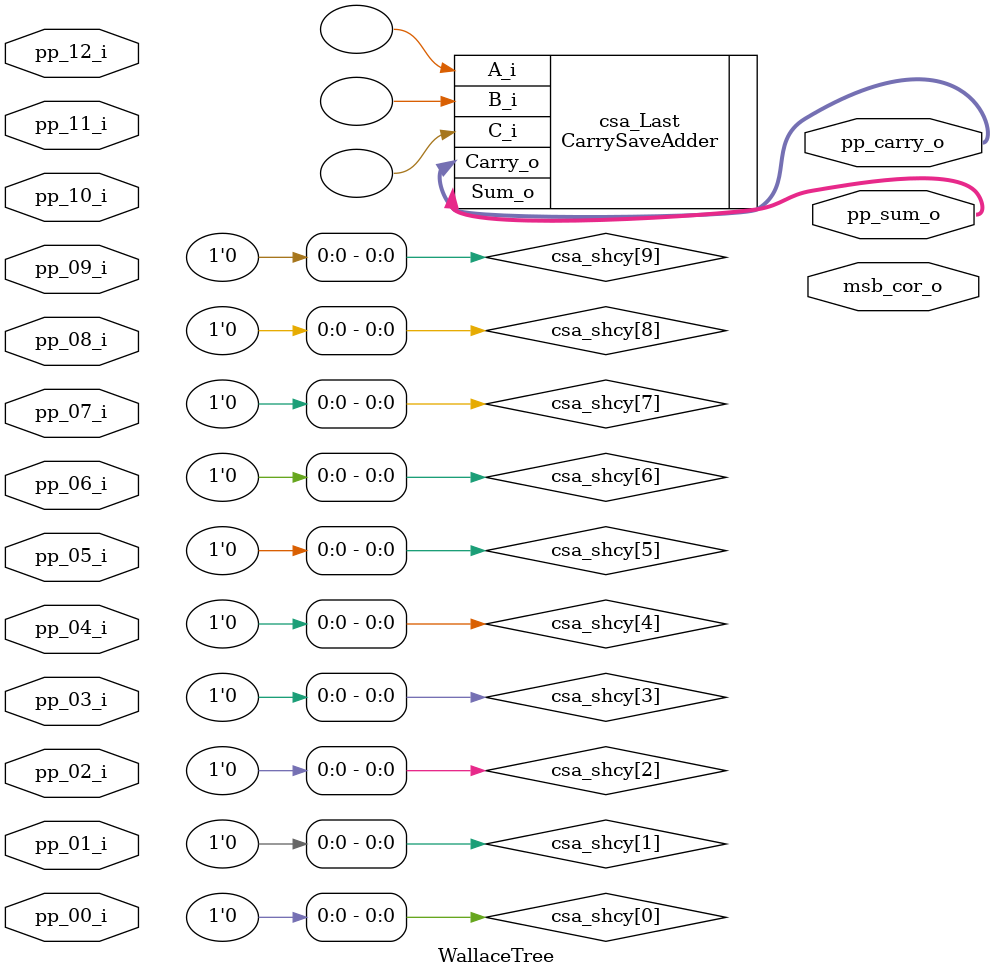
<source format=v>
`timescale 1ns / 1ps


module WallaceTree#(
    parameter PARM_MANT = 23
) (
    input [2*PARM_MANT + 2 : 0] pp_00_i,
    input [2*PARM_MANT + 2 : 0] pp_01_i,
    input [2*PARM_MANT + 2 : 0] pp_02_i,
    input [2*PARM_MANT + 2 : 0] pp_03_i,
    input [2*PARM_MANT + 2 : 0] pp_04_i,
    input [2*PARM_MANT + 2 : 0] pp_05_i,
    input [2*PARM_MANT + 2 : 0] pp_06_i,
    input [2*PARM_MANT + 2 : 0] pp_07_i,
    input [2*PARM_MANT + 2 : 0] pp_08_i,
    input [2*PARM_MANT + 2 : 0] pp_09_i,
    input [2*PARM_MANT + 2 : 0] pp_10_i,
    input [2*PARM_MANT + 2 : 0] pp_11_i,
    input [2*PARM_MANT + 2 : 0] pp_12_i,

    output [2*PARM_MANT + 2 : 0] pp_sum_o,
    output [2*PARM_MANT + 2 : 0] pp_carry_o,
    output msb_cor_o
    );

    parameter PARM_CSACOUNT = 10;

    wire  [2*PARM_MANT + 2 : 0] csa_sum [PARM_CSACOUNT - 1: 0];
    wire  [2*PARM_MANT + 2 : 0] csa_carry [PARM_CSACOUNT - 1: 0];
    
    wire  [2*PARM_MANT + 2 : 0] csa_shcy [PARM_CSACOUNT - 1: 0];
    generate
        genvar j;
        for(j = 0; j < PARM_CSACOUNT ;j = j+1)begin
            assign csa_shcy[j] = csa_carry[j] << 1;
        end
    endgenerate
    
    
    CarrySaveAdder #(2*PARM_MANT + 3) csa_S0 (.A_i(pp_00_i),.B_i(pp_01_i),.C_i(pp_02_i),.Sum_o(csa_sum[0]),.Carry_o(csa_carry[0]));
    CarrySaveAdder #(2*PARM_MANT + 3) csa_S1 (.A_i(pp_03_i),.B_i(pp_04_i),.C_i(pp_05_i),.Sum_o(csa_sum[1]),.Carry_o(csa_carry[1]));
    CarrySaveAdder #(2*PARM_MANT + 3) csa_S2 (.A_i(pp_06_i),.B_i(pp_07_i),.C_i(pp_08_i),.Sum_o(csa_sum[2]),.Carry_o(csa_carry[2]));
    CarrySaveAdder #(2*PARM_MANT + 3) csa_S3 (.A_i(pp_09_i),.B_i(pp_10_i),.C_i(pp_11_i),.Sum_o(csa_sum[3]),.Carry_o(csa_carry[3]));
    
    CarrySaveAdder #(2*PARM_MANT + 3) csa_4 (.A_i(csa_sum[0]),.B_i(csa_shcy[0]),.C_i(csa_sum[1]),.Sum_o(csa_sum[4]),.Carry_o(csa_carry[4]));
    CarrySaveAdder #(2*PARM_MANT + 3) csa_5 (.A_i(csa_shcy[1]),.B_i(),.C_i(csa_shcy[2]),.Sum_o(csa_sum[5]),.Carry_o(csa_carry[5]));
    CarrySaveAdder #(2*PARM_MANT + 3) csa_6 (.A_i(),.B_i(),.C_i(),.Sum_o(csa_sum[6]),.Carry_o(csa_carry[6]));
    CarrySaveAdder #(2*PARM_MANT + 3) csa_7 (.A_i(),.B_i(),.C_i(),.Sum_o(csa_sum[7]),.Carry_o(csa_carry[7]));
    CarrySaveAdder #(2*PARM_MANT + 3) csa_8 (.A_i(),.B_i(),.C_i(),.Sum_o(csa_sum[8]),.Carry_o(csa_carry[8]));
    CarrySaveAdder #(2*PARM_MANT + 3) csa_9 (.A_i(),.B_i(),.C_i(),.Sum_o(csa_sum[9]),.Carry_o(csa_carry[9]));

    //answer producer
    CarrySaveAdder #(2*PARM_MANT + 3) csa_Last (.A_i(),.B_i(),.C_i(),.Sum_o(pp_sum_o),.Carry_o(pp_carry_o)); 



endmodule

</source>
